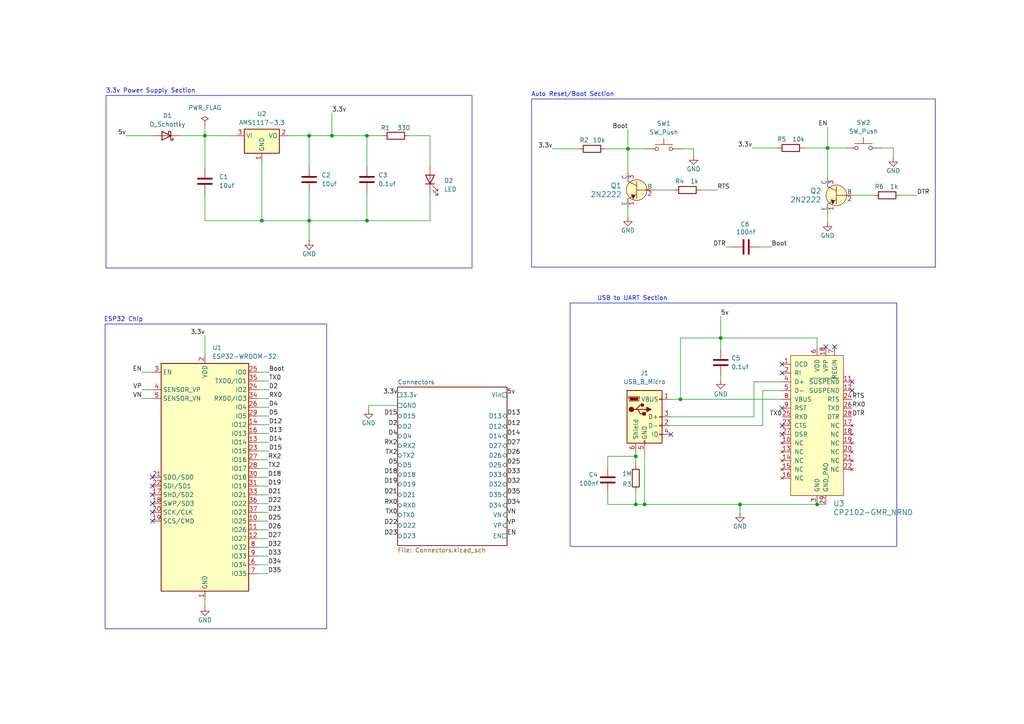
<source format=kicad_sch>
(kicad_sch (version 20250114) (generator "eeschema") (generator_version "9.0")
  (paper "A4")
  (title_block (title "ESP32 Dev Kit V1 (30 pin) Clone") (date "2025-04-15") (rev "3") (company "Brij Modi"))
  (lib_symbols
    (symbol "Connector:USB_B_Micro" (pin_names (offset 1.016))
      (property "Reference" "J" (at -5.08 11.43 0))
      (property "Value" "USB_B_Micro" (at -5.08 8.89 0))
      (symbol "USB_B_Micro_0_1"
        (rectangle (start -5.08 -7.62) (end 5.08 7.62) (stroke (width 0.254)) (fill (type background)))
        (polyline (pts (xy -4.699 5.842) (xy -4.699 5.588) (xy -4.445 4.826) (xy -4.445 4.572) (xy -1.651 4.572) (xy -1.651 4.826) (xy -1.397 5.588) (xy -1.397 5.842) (xy -4.699 5.842)))
        (polyline (pts (xy -4.318 5.588) (xy -1.778 5.588) (xy -2.032 4.826) (xy -4.064 4.826) (xy -4.318 5.588)) (fill (type outline)))
        (circle (center -3.81 2.159) (radius 0.635) (stroke (width 0.254)) (fill (type outline)))
        (polyline (pts (xy -3.175 2.159) (xy -2.54 2.159) (xy -1.27 3.429) (xy -0.635 3.429)) (stroke (width 0.254)))
        (polyline (pts (xy -2.54 2.159) (xy -1.905 2.159) (xy -1.27 0.889) (xy 0 0.889)) (stroke (width 0.254)))
        (polyline (pts (xy -1.905 2.159) (xy 0.635 2.159)) (stroke (width 0.254)))
        (circle (center -0.635 3.429) (radius 0.381) (stroke (width 0.254)) (fill (type outline)))
        (rectangle (start -0.127 -7.62) (end 0.127 -6.858))
        (rectangle (start 0.254 1.27) (end -0.508 0.508) (stroke (width 0.254)) (fill (type outline)))
        (polyline (pts (xy 0.635 2.794) (xy 0.635 1.524) (xy 1.905 2.159) (xy 0.635 2.794)) (stroke (width 0.254)) (fill (type outline)))
        (rectangle (start 5.08 4.953) (end 4.318 5.207))
        (rectangle (start 5.08 -0.127) (end 4.318 0.127))
        (rectangle (start 5.08 -2.667) (end 4.318 -2.413))
        (rectangle (start 5.08 -5.207) (end 4.318 -4.953))
      )
      (symbol "USB_B_Micro_1_1"
        (pin passive line (at -2.54 -10.16 90) (length 2.54) (name "Shield") (number "6"))
        (pin power_out line (at 0 -10.16 90) (length 2.54) (name "GND") (number "5"))
        (pin power_out line (at 7.62 5.08 180) (length 2.54) (name "VBUS") (number "1"))
        (pin bidirectional line (at 7.62 0 180) (length 2.54) (name "D+") (number "3"))
        (pin bidirectional line (at 7.62 -2.54 180) (length 2.54) (name "D-") (number "2"))
        (pin passive line (at 7.62 -5.08 180) (length 2.54) (name "ID") (number "4"))
      )
    )
    (symbol "Device:C" (pin_numbers (hide yes)) (pin_names (offset 0.254))
      (property "Reference" "C" (at 0.635 2.54 0))
      (property "Value" "C" (at 0.635 -2.54 0))
      (symbol "C_0_1"
        (polyline (pts (xy -2.032 0.762) (xy 2.032 0.762)) (stroke (width 0.508)))
        (polyline (pts (xy -2.032 -0.762) (xy 2.032 -0.762)) (stroke (width 0.508)))
      )
      (symbol "C_1_1"
        (pin passive line (at 0 3.81 270) (length 2.794) (name "~") (number "1"))
        (pin passive line (at 0 -3.81 90) (length 2.794) (name "~") (number "2"))
      )
    )
    (symbol "Device:D_Schottky" (pin_numbers (hide yes)) (pin_names (offset 1.016) (hide yes))
      (property "Reference" "D" (at 0 2.54 0))
      (property "Value" "D_Schottky" (at 0 -2.54 0))
      (symbol "D_Schottky_0_1"
        (polyline (pts (xy -1.905 0.635) (xy -1.905 1.27) (xy -1.27 1.27) (xy -1.27 -1.27) (xy -0.635 -1.27) (xy -0.635 -0.635)) (stroke (width 0.254)))
        (polyline (pts (xy 1.27 1.27) (xy 1.27 -1.27) (xy -1.27 0) (xy 1.27 1.27)) (stroke (width 0.254)))
        (polyline (pts (xy 1.27 0) (xy -1.27 0)))
      )
      (symbol "D_Schottky_1_1"
        (pin passive line (at -3.81 0 0) (length 2.54) (name "K") (number "1"))
        (pin passive line (at 3.81 0 180) (length 2.54) (name "A") (number "2"))
      )
    )
    (symbol "Device:LED" (pin_numbers (hide yes)) (pin_names (offset 1.016) (hide yes))
      (property "Reference" "D" (at 0 2.54 0))
      (property "Value" "LED" (at 0 -2.54 0))
      (symbol "LED_0_1"
        (polyline (pts (xy -3.048 -0.762) (xy -4.572 -2.286) (xy -3.81 -2.286) (xy -4.572 -2.286) (xy -4.572 -1.524)))
        (polyline (pts (xy -1.778 -0.762) (xy -3.302 -2.286) (xy -2.54 -2.286) (xy -3.302 -2.286) (xy -3.302 -1.524)))
        (polyline (pts (xy -1.27 0) (xy 1.27 0)))
        (polyline (pts (xy -1.27 -1.27) (xy -1.27 1.27)) (stroke (width 0.254)))
        (polyline (pts (xy 1.27 -1.27) (xy 1.27 1.27) (xy -1.27 0) (xy 1.27 -1.27)) (stroke (width 0.254)))
      )
      (symbol "LED_1_1"
        (pin passive line (at -3.81 0 0) (length 2.54) (name "K") (number "1"))
        (pin passive line (at 3.81 0 180) (length 2.54) (name "A") (number "2"))
      )
    )
    (symbol "Device:R" (pin_numbers (hide yes)) (pin_names (offset 0))
      (property "Reference" "R" (at 2.032 0 90))
      (property "Value" "R" (at 0 0 90))
      (symbol "R_0_1"
        (rectangle (start -1.016 -2.54) (end 1.016 2.54) (stroke (width 0.254)))
      )
      (symbol "R_1_1"
        (pin passive line (at 0 3.81 270) (length 1.27) (name "~") (number "1"))
        (pin passive line (at 0 -3.81 90) (length 1.27) (name "~") (number "2"))
      )
    )
    (symbol "RF_Module:ESP32-WROOM-32"
      (property "Reference" "U" (at -12.7 34.29 0))
      (property "Value" "ESP32-WROOM-32" (at 1.27 34.29 0))
      (symbol "ESP32-WROOM-32_0_1"
        (rectangle (start -12.7 33.02) (end 12.7 -33.02) (stroke (width 0.254)) (fill (type background)))
      )
      (symbol "ESP32-WROOM-32_1_1"
        (pin input line (at -15.24 30.48 0) (length 2.54) (name "EN") (number "3"))
        (pin input line (at -15.24 25.4 0) (length 2.54) (name "SENSOR_VP") (number "4"))
        (pin input line (at -15.24 22.86 0) (length 2.54) (name "SENSOR_VN") (number "5"))
        (pin bidirectional line (at -15.24 0 0) (length 2.54) (name "SDO/SD0") (number "21"))
        (pin bidirectional line (at -15.24 -2.54 0) (length 2.54) (name "SDI/SD1") (number "22"))
        (pin bidirectional line (at -15.24 -5.08 0) (length 2.54) (name "SHD/SD2") (number "17"))
        (pin bidirectional line (at -15.24 -7.62 0) (length 2.54) (name "SWP/SD3") (number "18"))
        (pin bidirectional line (at -15.24 -10.16 0) (length 2.54) (name "SCK/CLK") (number "20"))
        (pin bidirectional line (at -15.24 -12.7 0) (length 2.54) (name "SCS/CMD") (number "19"))
        (pin no_connect line (at -12.7 -27.94 0) (length 2.54) (hide yes) (name "NC") (number "32"))
        (pin power_in line (at 0 35.56 270) (length 2.54) (name "VDD") (number "2"))
        (pin power_in line (at 0 -35.56 90) (length 2.54) (name "GND") (number "1"))
        (pin passive line (at 0 -35.56 90) (length 2.54) (hide yes) (name "GND") (number "15"))
        (pin passive line (at 0 -35.56 90) (length 2.54) (hide yes) (name "GND") (number "38"))
        (pin passive line (at 0 -35.56 90) (length 2.54) (hide yes) (name "GND") (number "39"))
        (pin bidirectional line (at 15.24 30.48 180) (length 2.54) (name "IO0") (number "25"))
        (pin bidirectional line (at 15.24 27.94 180) (length 2.54) (name "TXD0/IO1") (number "35"))
        (pin bidirectional line (at 15.24 25.4 180) (length 2.54) (name "IO2") (number "24"))
        (pin bidirectional line (at 15.24 22.86 180) (length 2.54) (name "RXD0/IO3") (number "34"))
        (pin bidirectional line (at 15.24 20.32 180) (length 2.54) (name "IO4") (number "26"))
        (pin bidirectional line (at 15.24 17.78 180) (length 2.54) (name "IO5") (number "29"))
        (pin bidirectional line (at 15.24 15.24 180) (length 2.54) (name "IO12") (number "14"))
        (pin bidirectional line (at 15.24 12.7 180) (length 2.54) (name "IO13") (number "16"))
        (pin bidirectional line (at 15.24 10.16 180) (length 2.54) (name "IO14") (number "13"))
        (pin bidirectional line (at 15.24 7.62 180) (length 2.54) (name "IO15") (number "23"))
        (pin bidirectional line (at 15.24 5.08 180) (length 2.54) (name "IO16") (number "27"))
        (pin bidirectional line (at 15.24 2.54 180) (length 2.54) (name "IO17") (number "28"))
        (pin bidirectional line (at 15.24 0 180) (length 2.54) (name "IO18") (number "30"))
        (pin bidirectional line (at 15.24 -2.54 180) (length 2.54) (name "IO19") (number "31"))
        (pin bidirectional line (at 15.24 -5.08 180) (length 2.54) (name "IO21") (number "33"))
        (pin bidirectional line (at 15.24 -7.62 180) (length 2.54) (name "IO22") (number "36"))
        (pin bidirectional line (at 15.24 -10.16 180) (length 2.54) (name "IO23") (number "37"))
        (pin bidirectional line (at 15.24 -12.7 180) (length 2.54) (name "IO25") (number "10"))
        (pin bidirectional line (at 15.24 -15.24 180) (length 2.54) (name "IO26") (number "11"))
        (pin bidirectional line (at 15.24 -17.78 180) (length 2.54) (name "IO27") (number "12"))
        (pin bidirectional line (at 15.24 -20.32 180) (length 2.54) (name "IO32") (number "8"))
        (pin bidirectional line (at 15.24 -22.86 180) (length 2.54) (name "IO33") (number "9"))
        (pin input line (at 15.24 -25.4 180) (length 2.54) (name "IO34") (number "6"))
        (pin input line (at 15.24 -27.94 180) (length 2.54) (name "IO35") (number "7"))
      )
    )
    (symbol "Regulator_Linear:AMS1117-3.3"
      (property "Reference" "U" (at -3.81 3.175 0))
      (property "Value" "AMS1117-3.3" (at 0 3.175 0))
      (symbol "AMS1117-3.3_0_1"
        (rectangle (start -5.08 -5.08) (end 5.08 1.905) (stroke (width 0.254)) (fill (type background)))
      )
      (symbol "AMS1117-3.3_1_1"
        (pin power_in line (at -7.62 0 0) (length 2.54) (name "VI") (number "3"))
        (pin power_in line (at 0 -7.62 90) (length 2.54) (name "GND") (number "1"))
        (pin power_out line (at 7.62 0 180) (length 2.54) (name "VO") (number "2"))
      )
    )
    (symbol "Switch:SW_Push" (pin_numbers (hide yes)) (pin_names (offset 1.016) (hide yes))
      (property "Reference" "SW" (at 1.27 2.54 0))
      (property "Value" "SW_Push" (at 0 -1.524 0))
      (symbol "SW_Push_0_1"
        (circle (center -2.032 0) (radius 0.508))
        (polyline (pts (xy 0 1.27) (xy 0 3.048)))
        (circle (center 2.032 0) (radius 0.508))
        (polyline (pts (xy 2.54 1.27) (xy -2.54 1.27)))
        (pin passive line (at -5.08 0 0) (length 2.54) (name "1") (number "1"))
        (pin passive line (at 5.08 0 180) (length 2.54) (name "2") (number "2"))
      )
    )
    (symbol "dk_Interface-Controllers:CP2102-GMR_NRND" (pin_names (offset 1.016))
      (property "Reference" "U" (at -2.54 19.05 0))
      (property "Value" "CP2102-GMR_NRND" (at 2.54 -5.08 90))
      (symbol "CP2102-GMR_NRND_0_1"
        (rectangle (start -5.08 17.78) (end 10.16 -22.86) (fill (type background)))
      )
      (symbol "CP2102-GMR_NRND_1_1"
        (pin input line (at -7.62 15.24 0) (length 2.54) (name "DCD") (number "1"))
        (pin input line (at -7.62 12.7 0) (length 2.54) (name "RI") (number "2"))
        (pin bidirectional line (at -7.62 10.16 0) (length 2.54) (name "D+") (number "4"))
        (pin bidirectional line (at -7.62 7.62 0) (length 2.54) (name "D-") (number "5"))
        (pin input line (at -7.62 5.08 0) (length 2.54) (name "VBUS") (number "8"))
        (pin bidirectional line (at -7.62 2.54 0) (length 2.54) (name "RST") (number "9"))
        (pin input line (at -7.62 0 0) (length 2.54) (name "RXD") (number "25"))
        (pin input line (at -7.62 -2.54 0) (length 2.54) (name "CTS") (number "23"))
        (pin input line (at -7.62 -5.08 0) (length 2.54) (name "DSR") (number "27"))
        (pin no_connect line (at -7.62 -7.62 0) (length 2.54) (name "NC") (number "10"))
        (pin no_connect line (at -7.62 -10.16 0) (length 2.54) (name "NC") (number "13"))
        (pin no_connect line (at -7.62 -12.7 0) (length 2.54) (name "NC") (number "14"))
        (pin no_connect line (at -7.62 -15.24 0) (length 2.54) (name "NC") (number "15"))
        (pin no_connect line (at -7.62 -17.78 0) (length 2.54) (name "NC") (number "16"))
        (pin passive line (at 2.54 20.32 270) (length 2.54) (name "VDD") (number "6"))
        (pin power_in line (at 2.54 -25.4 90) (length 2.54) (name "GND") (number "3"))
        (pin power_in line (at 5.08 20.32 270) (length 2.54) (name "VPP") (number "18"))
        (pin power_in line (at 5.08 -25.4 90) (length 2.54) (name "GND_PAD") (number "29"))
        (pin power_in line (at 7.62 20.32 270) (length 2.54) (name "REGIN") (number "7"))
        (pin output line (at 12.7 10.16 180) (length 2.54) (name "~{SUSPEND}") (number "11"))
        (pin output line (at 12.7 7.62 180) (length 2.54) (name "SUSPEND") (number "12"))
        (pin output line (at 12.7 5.08 180) (length 2.54) (name "RTS") (number "24"))
        (pin output line (at 12.7 2.54 180) (length 2.54) (name "TXD") (number "26"))
        (pin output line (at 12.7 0 180) (length 2.54) (name "DTR") (number "28"))
        (pin no_connect line (at 12.7 -2.54 180) (length 2.54) (name "NC") (number "17"))
        (pin no_connect line (at 12.7 -5.08 180) (length 2.54) (name "NC") (number "18"))
        (pin no_connect line (at 12.7 -7.62 180) (length 2.54) (name "NC") (number "19"))
        (pin no_connect line (at 12.7 -10.16 180) (length 2.54) (name "NC") (number "20"))
        (pin no_connect line (at 12.7 -12.7 180) (length 2.54) (name "NC") (number "21"))
        (pin no_connect line (at 12.7 -15.24 180) (length 2.54) (name "NC") (number "22"))
      )
    )
    (symbol "dk_Transistors-Bipolar-BJT-Single:2N2222" (pin_names (offset 0))
      (property "Reference" "Q" (at -2.3876 3.9116 0))
      (property "Value" "2N2222" (at 5.08 0 90))
      (symbol "2N2222_0_1"
        (polyline (pts (xy -3.81 0) (xy -2.54 0)))
        (polyline (pts (xy -3.556 0) (xy 0 0)))
        (polyline (pts (xy 0 2.54) (xy 0 -2.54)))
        (polyline (pts (xy 0 1.27) (xy 2.54 2.54)))
        (circle (center 0 0) (radius 2.9972) (fill (type background)))
        (polyline (pts (xy 0 -1.27) (xy 2.54 -2.54)))
        (polyline (pts (xy 1.016 2.54) (xy 0.508 1.524) (xy 1.524 1.27) (xy 1.016 2.54)) (fill (type outline)))
      )
      (symbol "2N2222_1_1"
        (pin input line (at -5.08 0 0) (length 2.54) (name "B") (number "2"))
        (pin passive line (at 2.54 5.08 270) (length 2.54) (name "E") (number "1"))
        (pin passive line (at 2.54 -5.08 90) (length 2.54) (name "C") (number "3"))
      )
    )
    (symbol "power:GND" (power) (pin_numbers (hide yes)) (pin_names (offset 0) (hide yes))
      (property "Value" "GND" (at 0 -3.81 0))
      (symbol "GND_0_1"
        (polyline (pts (xy 0 0) (xy 0 -1.27) (xy 1.27 -1.27) (xy 0 -2.54) (xy -1.27 -1.27) (xy 0 -1.27)))
      )
      (symbol "GND_1_1"
        (pin power_in line (at 0 0 270) (length 0) (name "~") (number "1"))
      )
    )
    (symbol "power:PWR_FLAG" (power) (pin_numbers (hide yes)) (pin_names (offset 0) (hide yes))
      (property "Value" "PWR_FLAG" (at 0 3.81 0))
      (symbol "PWR_FLAG_0_0"
        (pin power_out line (at 0 0 90) (length 0) (name "~") (number "1"))
      )
      (symbol "PWR_FLAG_0_1"
        (polyline (pts (xy 0 0) (xy 0 1.27) (xy -1.016 1.905) (xy 0 2.54) (xy 1.016 1.905) (xy 0 1.27)))
      )
    )
  )
  (rectangle (start 165.354 87.884) (end 260.096 158.496))
  (rectangle (start 30.48 93.98) (end 94.742 182.372))
  (rectangle (start 30.734 27.686) (end 136.906 77.724))
  (rectangle (start 154.178 28.702) (end 271.272 77.47))
  (text "Auto Reset/Boot Section" (at 166.116 27.432 0) (effects (font (size 1.27 1.27))))
  (text "3.3v Power Supply Section" (at 43.688 26.416 0) (effects (font (size 1.27 1.27))))
  (text "USB to UART Section" (at 183.388 86.614 0) (effects (font (size 1.27 1.27))))
  (text "ESP32 Chip" (at 35.814 92.71 0) (effects (font (size 1.27 1.27))))
  (junction (at 96.266 39.37))
  (junction (at 236.982 146.304))
  (junction (at 240.03 42.926))
  (junction (at 106.426 39.37))
  (junction (at 182.118 43.18))
  (junction (at 106.426 64.008))
  (junction (at 75.946 64.008))
  (junction (at 214.63 146.304))
  (junction (at 89.662 64.008))
  (junction (at 184.404 146.304))
  (junction (at 89.662 39.37))
  (junction (at 197.358 115.824))
  (junction (at 59.436 39.37))
  (junction (at 186.944 146.304))
  (junction (at 209.042 98.044))
  (junction (at 184.404 132.334))
  (no_connect (at 242.062 100.584))
  (no_connect (at 44.196 151.13))
  (no_connect (at 44.196 143.51))
  (no_connect (at 194.564 125.984))
  (no_connect (at 226.822 108.204))
  (no_connect (at 247.142 110.744))
  (no_connect (at 226.822 105.664))
  (no_connect (at 239.522 100.584))
  (no_connect (at 44.196 140.97))
  (no_connect (at 44.196 138.43))
  (no_connect (at 226.822 123.444))
  (no_connect (at 247.142 113.284))
  (no_connect (at 44.196 146.05))
  (no_connect (at 44.196 148.59))
  (no_connect (at 226.822 118.364))
  (no_connect (at 226.822 125.984))
  (wire (pts (xy 59.436 176.022) (xy 59.436 173.99)))
  (wire (pts (xy 59.436 97.282) (xy 59.436 102.87)))
  (wire (pts (xy 218.186 42.926) (xy 225.552 42.926)))
  (wire (pts (xy 176.276 132.334) (xy 184.404 132.334)))
  (wire (pts (xy 36.576 39.37) (xy 44.45 39.37)))
  (wire (pts (xy 240.03 36.83) (xy 240.03 42.926)))
  (wire (pts (xy 106.426 39.37) (xy 110.998 39.37)))
  (wire (pts (xy 41.148 113.03) (xy 44.196 113.03)))
  (wire (pts (xy 59.436 56.388) (xy 59.436 64.008)))
  (wire (pts (xy 89.662 64.008) (xy 75.946 64.008)))
  (wire (pts (xy 59.436 64.008) (xy 75.946 64.008)))
  (wire (pts (xy 240.03 61.722) (xy 240.03 64.516)))
  (wire (pts (xy 209.042 108.966) (xy 209.042 110.236)))
  (wire (pts (xy 77.978 130.81) (xy 74.676 130.81)))
  (wire (pts (xy 106.426 64.008) (xy 124.714 64.008)))
  (wire (pts (xy 77.978 120.65) (xy 74.676 120.65)))
  (wire (pts (xy 124.714 39.37) (xy 124.714 48.26)))
  (wire (pts (xy 218.694 120.904) (xy 218.694 110.744)))
  (wire (pts (xy 259.08 42.926) (xy 255.524 42.926)))
  (wire (pts (xy 182.118 43.18) (xy 182.118 50.038)))
  (wire (pts (xy 209.042 98.044) (xy 236.982 98.044)))
  (wire (pts (xy 77.724 143.51) (xy 74.676 143.51)))
  (wire (pts (xy 253.492 56.642) (xy 247.65 56.642)))
  (wire (pts (xy 240.03 42.926) (xy 245.364 42.926)))
  (wire (pts (xy 182.118 37.592) (xy 182.118 43.18)))
  (wire (pts (xy 223.774 71.628) (xy 220.218 71.628)))
  (wire (pts (xy 59.436 39.37) (xy 59.436 48.768)))
  (wire (pts (xy 77.724 140.97) (xy 74.676 140.97)))
  (wire (pts (xy 106.426 39.37) (xy 106.426 48.26)))
  (wire (pts (xy 89.662 64.008) (xy 106.426 64.008)))
  (wire (pts (xy 77.724 166.37) (xy 74.676 166.37)))
  (wire (pts (xy 118.618 39.37) (xy 124.714 39.37)))
  (wire (pts (xy 208.026 55.118) (xy 203.2 55.118)))
  (wire (pts (xy 194.564 123.444) (xy 221.234 123.444)))
  (wire (pts (xy 77.724 163.83) (xy 74.676 163.83)))
  (wire (pts (xy 195.58 55.118) (xy 189.738 55.118)))
  (wire (pts (xy 197.358 98.044) (xy 209.042 98.044)))
  (wire (pts (xy 106.934 117.602) (xy 115.316 117.602)))
  (wire (pts (xy 182.118 43.18) (xy 175.514 43.18)))
  (wire (pts (xy 184.404 131.064) (xy 184.404 132.334)))
  (wire (pts (xy 214.63 146.304) (xy 236.982 146.304)))
  (wire (pts (xy 75.946 46.99) (xy 75.946 64.008)))
  (wire (pts (xy 194.564 120.904) (xy 218.694 120.904)))
  (wire (pts (xy 182.118 43.18) (xy 187.452 43.18)))
  (wire (pts (xy 89.662 64.008) (xy 89.662 69.85)))
  (wire (pts (xy 59.436 36.322) (xy 59.436 39.37)))
  (wire (pts (xy 89.662 39.37) (xy 96.266 39.37)))
  (wire (pts (xy 89.662 55.88) (xy 89.662 64.008)))
  (wire (pts (xy 77.724 138.43) (xy 74.676 138.43)))
  (wire (pts (xy 83.566 39.37) (xy 89.662 39.37)))
  (wire (pts (xy 184.404 132.334) (xy 184.404 134.874)))
  (wire (pts (xy 77.978 118.11) (xy 74.676 118.11)))
  (wire (pts (xy 106.426 55.88) (xy 106.426 64.008)))
  (wire (pts (xy 77.724 151.13) (xy 74.676 151.13)))
  (wire (pts (xy 106.934 118.872) (xy 106.934 117.602)))
  (wire (pts (xy 184.404 142.494) (xy 184.404 146.304)))
  (wire (pts (xy 160.274 43.18) (xy 167.894 43.18)))
  (wire (pts (xy 77.724 146.05) (xy 74.676 146.05)))
  (wire (pts (xy 186.944 146.304) (xy 214.63 146.304)))
  (wire (pts (xy 221.234 113.284) (xy 226.822 113.284)))
  (wire (pts (xy 77.978 123.19) (xy 74.676 123.19)))
  (wire (pts (xy 197.358 115.824) (xy 194.564 115.824)))
  (wire (pts (xy 265.938 56.642) (xy 261.112 56.642)))
  (wire (pts (xy 210.566 71.628) (xy 212.598 71.628)))
  (wire (pts (xy 77.724 161.29) (xy 74.676 161.29)))
  (wire (pts (xy 182.118 60.198) (xy 182.118 62.992)))
  (wire (pts (xy 221.234 123.444) (xy 221.234 113.284)))
  (wire (pts (xy 77.978 113.03) (xy 74.676 113.03)))
  (wire (pts (xy 77.978 128.27) (xy 74.676 128.27)))
  (wire (pts (xy 176.276 146.304) (xy 184.404 146.304)))
  (wire (pts (xy 96.266 32.766) (xy 96.266 39.37)))
  (wire (pts (xy 197.358 98.044) (xy 197.358 115.824)))
  (wire (pts (xy 77.978 125.73) (xy 74.676 125.73)))
  (wire (pts (xy 77.724 156.21) (xy 74.676 156.21)))
  (wire (pts (xy 77.724 153.67) (xy 74.676 153.67)))
  (wire (pts (xy 77.978 107.95) (xy 74.676 107.95)))
  (wire (pts (xy 77.724 158.75) (xy 74.676 158.75)))
  (wire (pts (xy 77.724 135.89) (xy 74.676 135.89)))
  (wire (pts (xy 259.08 45.72) (xy 259.08 42.926)))
  (wire (pts (xy 209.042 98.044) (xy 209.042 101.346)))
  (wire (pts (xy 176.276 143.002) (xy 176.276 146.304)))
  (wire (pts (xy 41.148 107.95) (xy 44.196 107.95)))
  (wire (pts (xy 209.042 91.694) (xy 209.042 98.044)))
  (wire (pts (xy 77.724 133.35) (xy 74.676 133.35)))
  (wire (pts (xy 52.07 39.37) (xy 59.436 39.37)))
  (wire (pts (xy 186.944 131.064) (xy 186.944 146.304)))
  (wire (pts (xy 96.266 39.37) (xy 106.426 39.37)))
  (wire (pts (xy 77.978 115.57) (xy 74.676 115.57)))
  (wire (pts (xy 201.168 43.18) (xy 197.612 43.18)))
  (wire (pts (xy 226.822 115.824) (xy 197.358 115.824)))
  (wire (pts (xy 201.168 45.212) (xy 201.168 43.18)))
  (wire (pts (xy 89.662 39.37) (xy 89.662 48.26)))
  (wire (pts (xy 214.63 146.304) (xy 214.63 148.844)))
  (wire (pts (xy 41.148 115.57) (xy 44.196 115.57)))
  (wire (pts (xy 124.714 55.88) (xy 124.714 64.008)))
  (wire (pts (xy 176.276 135.382) (xy 176.276 132.334)))
  (wire (pts (xy 236.982 146.304) (xy 239.522 146.304)))
  (wire (pts (xy 236.982 100.584) (xy 236.982 98.044)))
  (wire (pts (xy 77.978 110.49) (xy 74.676 110.49)))
  (wire (pts (xy 77.724 148.59) (xy 74.676 148.59)))
  (wire (pts (xy 240.03 51.562) (xy 240.03 42.926)))
  (wire (pts (xy 240.03 42.926) (xy 233.172 42.926)))
  (wire (pts (xy 59.436 39.37) (xy 68.326 39.37)))
  (wire (pts (xy 218.694 110.744) (xy 226.822 110.744)))
  (wire (pts (xy 184.404 146.304) (xy 186.944 146.304)))
  (label "EN" (at 240.03 36.83 180))
  (label "D2" (at 77.978 113.03 0))
  (label "D4" (at 77.978 118.11 0))
  (label "RX0" (at 115.316 146.558 180))
  (label "RTS" (at 208.026 55.118 0))
  (label "D33" (at 147.066 137.668 0))
  (label "D18" (at 77.724 138.43 0))
  (label "EN" (at 147.066 155.448 0))
  (label "D23" (at 77.724 148.59 0))
  (label "D13" (at 147.066 120.65 0))
  (label "TX0" (at 115.316 149.352 180))
  (label "D14" (at 147.066 126.492 0))
  (label "Boot" (at 182.118 37.592 180))
  (label "DTR" (at 210.566 71.628 180))
  (label "D26" (at 147.066 132.08 0))
  (label "D26" (at 77.724 153.67 0))
  (label "D25" (at 77.724 151.13 0))
  (label "VN" (at 147.066 149.352 0))
  (label "D22" (at 77.724 146.05 0))
  (label "D12" (at 77.978 123.19 0))
  (label "D33" (at 77.724 161.29 0))
  (label "DTR" (at 247.142 120.904 0))
  (label "RX0" (at 247.142 118.364 0))
  (label "RX0" (at 77.978 115.57 0))
  (label "D12" (at 147.066 123.698 0))
  (label "D32" (at 77.724 158.75 0))
  (label "3.3v" (at 115.316 114.554 180))
  (label "D34" (at 147.066 146.558 0))
  (label "D5" (at 77.978 120.65 0))
  (label "D21" (at 77.724 143.51 0))
  (label "D22" (at 115.316 152.4 180))
  (label "VP" (at 147.066 152.4 0))
  (label "D15" (at 115.316 120.65 180))
  (label "Boot" (at 223.774 71.628 0))
  (label "5v" (at 147.066 114.554 0))
  (label "RTS" (at 247.142 115.824 0))
  (label "D32" (at 147.066 140.462 0))
  (label "EN" (at 41.148 107.95 180))
  (label "D27" (at 147.066 129.286 0))
  (label "3.3v" (at 160.274 43.18 180))
  (label "D35" (at 147.066 143.51 0))
  (label "D15" (at 77.978 130.81 0))
  (label "D4" (at 115.316 126.492 180))
  (label "D25" (at 147.066 134.874 0))
  (label "RX2" (at 115.316 129.286 180))
  (label "3.3v" (at 218.186 42.926 180))
  (label "DTR" (at 265.938 56.642 0))
  (label "D13" (at 77.978 125.73 0))
  (label "TX2" (at 77.724 135.89 0))
  (label "D2" (at 115.316 123.698 180))
  (label "D18" (at 115.316 137.668 180))
  (label "TX2" (at 115.316 132.08 180))
  (label "5v" (at 36.576 39.37 180))
  (label "D14" (at 77.978 128.27 0))
  (label "5v" (at 209.042 91.694 0))
  (label "RX2" (at 77.724 133.35 0))
  (label "D23" (at 115.316 155.448 180))
  (label "D5" (at 115.316 134.874 180))
  (label "3.3v" (at 59.436 97.282 180))
  (label "VP" (at 41.148 113.03 180))
  (label "3.3v" (at 96.266 32.766 0))
  (label "D35" (at 77.724 166.37 0))
  (label "TX0" (at 77.978 110.49 0))
  (label "D19" (at 77.724 140.97 0))
  (label "D27" (at 77.724 156.21 0))
  (label "Boot" (at 77.978 107.95 0))
  (label "TX0" (at 226.822 120.904 180))
  (label "D21" (at 115.316 143.51 180))
  (label "D19" (at 115.316 140.462 180))
  (label "VN" (at 41.148 115.57 180))
  (label "D34" (at 77.724 163.83 0))
  (symbol (lib_id "power:GND") (at 209.042 110.236 0) (unit 1)
    (property "Reference" "#PWR06" (effects (hide yes)))
    (property "Value" "GND" (at 209.042 114.3 0))
    (property "Description" "Power symbol creates a global label with name \"GND\" , ground" (effects (hide yes)))
  )
  (symbol (lib_id "power:GND") (at 106.934 118.872 0) (unit 1)
    (property "Reference" "#PWR03" (effects (hide yes)))
    (property "Value" "GND" (at 106.934 122.682 0))
    (property "Description" "Power symbol creates a global label with name \"GND\" , ground" (effects (hide yes)))
  )
  (symbol (lib_id "Device:C") (at 216.408 71.628 90) (unit 1)
    (property "Reference" "C6" (at 217.424 65.024 90) (effects (justify left)))
    (property "Value" "100nf" (at 219.202 67.31 90) (effects (justify left)))
    (property "Footprint" "Capacitor_SMD:C_0805_2012Metric_Pad1.18x1.45mm_HandSolder" (effects (hide yes)))
    (property "Description" "Unpolarized capacitor" (effects (hide yes)))
  )
  (symbol (lib_id "Connector:USB_B_Micro") (at 186.944 120.904 0) (unit 1)
    (property "Reference" "J1" (at 186.944 108.204 0))
    (property "Value" "USB_B_Micro" (at 186.944 110.744 0))
    (property "Footprint" "Connector_USB:USB_Micro-B_Molex_47346-0001" (effects (hide yes)))
    (property "Description" "USB Micro Type B connector" (effects (hide yes)))
  )
  (symbol (lib_id "Device:R") (at 114.808 39.37 90) (unit 1)
    (property "Reference" "R1" (at 111.76 37.084 90))
    (property "Value" "330" (at 117.094 37.084 90))
    (property "Footprint" "Resistor_SMD:R_0805_2012Metric_Pad1.20x1.40mm_HandSolder" (effects (hide yes)))
    (property "Description" "Resistor" (effects (hide yes)))
  )
  (symbol (lib_id "dk_Transistors-Bipolar-BJT-Single:2N2222") (at 242.57 56.642 180) (unit 1)
    (property "Reference" "Q2" (at 238.252 55.3719 0) (effects (font (size 1.524 1.524)) (justify left)))
    (property "Value" "2N2222" (at 238.252 57.9119 0) (effects (font (size 1.524 1.524)) (justify left)))
    (property "Footprint" "Package_TO_SOT_SMD:SOT-23" (effects (hide yes)))
    (property "Datasheet" "https://my.centralsemi.com/get_document.php?cmp=1&mergetype=pd&mergepath=pd&pdf_id=2N2221.PDF" (effects (hide yes)))
    (property "Description" "TRANS NPN 30V 0.8A TO-18" (effects (hide yes)))
    (property "Digi-Key_PN" "2N2222CS-ND" (effects (hide yes)))
    (property "MPN" "2N2222" (effects (hide yes)))
    (property "Category" "Discrete Semiconductor Products" (effects (hide yes)))
    (property "Family" "Transistors - Bipolar (BJT) - Single" (effects (hide yes)))
    (property "DK_Datasheet_Link" "https://my.centralsemi.com/get_document.php?cmp=1&mergetype=pd&mergepath=pd&pdf_id=2N2221.PDF" (effects (hide yes)))
    (property "DK_Detail_Page" "/product-detail/en/central-semiconductor-corp/2N2222/2N2222CS-ND/4806844" (effects (hide yes)))
    (property "Description_1" "TRANS NPN 30V 0.8A TO-18" (effects (hide yes)))
    (property "Manufacturer" "Central Semiconductor Corp" (effects (hide yes)))
    (property "Status" "Active" (effects (hide yes)))
  )
  (symbol (lib_id "Device:D_Schottky") (at 48.26 39.37 180) (unit 1)
    (property "Reference" "D1" (at 48.5775 33.528 0))
    (property "Value" "D_Schottky" (at 48.5775 36.068 0))
    (property "Footprint" "Diode_SMD:D_SOD-123" (effects (hide yes)))
    (property "Description" "Schottky diode" (effects (hide yes)))
  )
  (symbol (lib_id "Device:C") (at 176.276 139.192 0) (unit 1)
    (property "Reference" "C4" (at 170.688 137.668 0) (effects (justify left)))
    (property "Value" "100nf" (at 167.894 140.208 0) (effects (justify left)))
    (property "Footprint" "Capacitor_SMD:C_0805_2012Metric_Pad1.18x1.45mm_HandSolder" (effects (hide yes)))
    (property "Description" "Unpolarized capacitor" (effects (hide yes)))
  )
  (symbol (lib_id "Device:R") (at 171.704 43.18 90) (unit 1)
    (property "Reference" "R2" (at 169.418 40.64 90))
    (property "Value" "10k" (at 173.736 40.64 90))
    (property "Footprint" "Resistor_SMD:R_0805_2012Metric_Pad1.20x1.40mm_HandSolder" (effects (hide yes)))
    (property "Description" "Resistor" (effects (hide yes)))
  )
  (symbol (lib_id "power:GND") (at 89.662 69.85 0) (unit 1)
    (property "Reference" "#PWR02" (effects (hide yes)))
    (property "Value" "GND" (at 89.662 73.66 0))
    (property "Description" "Power symbol creates a global label with name \"GND\" , ground" (effects (hide yes)))
  )
  (symbol (lib_id "Device:C") (at 106.426 52.07 0) (unit 1)
    (property "Reference" "C3" (at 109.728 50.7999 0) (effects (justify left)))
    (property "Value" "0.1uf" (at 109.728 53.3399 0) (effects (justify left)))
    (property "Footprint" "Capacitor_SMD:C_0805_2012Metric_Pad1.18x1.45mm_HandSolder" (effects (hide yes)))
    (property "Description" "Unpolarized capacitor" (effects (hide yes)))
  )
  (symbol (lib_id "power:GND") (at 182.118 62.992 0) (unit 1)
    (property "Reference" "#PWR04" (effects (hide yes)))
    (property "Value" "GND" (at 182.118 66.802 0))
    (property "Description" "Power symbol creates a global label with name \"GND\" , ground" (effects (hide yes)))
  )
  (symbol (lib_id "Device:R") (at 184.404 138.684 0) (unit 1)
    (property "Reference" "R3" (at 181.864 140.462 0))
    (property "Value" "1M" (at 181.864 137.414 0))
    (property "Footprint" "Resistor_SMD:R_0805_2012Metric_Pad1.20x1.40mm_HandSolder" (effects (hide yes)))
    (property "Description" "Resistor" (effects (hide yes)))
  )
  (symbol (lib_id "Device:C") (at 89.662 52.07 0) (unit 1)
    (property "Reference" "C2" (at 93.218 50.7999 0) (effects (justify left)))
    (property "Value" "10uf" (at 93.218 53.3399 0) (effects (justify left)))
    (property "Footprint" "Capacitor_SMD:C_0805_2012Metric_Pad1.18x1.45mm_HandSolder" (effects (hide yes)))
    (property "Description" "Unpolarized capacitor" (effects (hide yes)))
  )
  (symbol (lib_id "Switch:SW_Push") (at 192.532 43.18 0) (unit 1)
    (property "Reference" "SW1" (at 192.532 35.814 0))
    (property "Value" "SW_Push" (at 192.532 38.354 0))
    (property "Footprint" "Button_Switch_SMD:SW_SPST_B3U-1000P" (effects (hide yes)))
    (property "Description" "Push button switch, generic, two pins" (effects (hide yes)))
  )
  (symbol (lib_id "Switch:SW_Push") (at 250.444 42.926 0) (unit 1)
    (property "Reference" "SW2" (at 250.444 35.56 0))
    (property "Value" "SW_Push" (at 250.444 38.1 0))
    (property "Footprint" "Button_Switch_SMD:SW_SPST_B3U-1000P" (effects (hide yes)))
    (property "Description" "Push button switch, generic, two pins" (effects (hide yes)))
  )
  (symbol (lib_id "power:PWR_FLAG") (at 59.436 36.322 0) (unit 1)
    (property "Reference" "#FLG01" (effects (hide yes)))
    (property "Value" "PWR_FLAG" (at 59.436 31.242 0))
    (property "Description" "Special symbol for telling ERC where power comes from" (effects (hide yes)))
  )
  (symbol (lib_id "power:GND") (at 201.168 45.212 0) (unit 1)
    (property "Reference" "#PWR05" (effects (hide yes)))
    (property "Value" "GND" (at 201.168 49.022 0))
    (property "Description" "Power symbol creates a global label with name \"GND\" , ground" (effects (hide yes)))
  )
  (symbol (lib_id "dk_Interface-Controllers:CP2102-GMR_NRND") (at 234.442 120.904 0) (unit 1)
    (property "Reference" "U3" (at 241.6653 146.05 0) (effects (font (size 1.524 1.524)) (justify left)))
    (property "Value" "CP2102-GMR_NRND" (at 241.6653 148.59 0) (effects (font (size 1.524 1.524)) (justify left)))
    (property "Footprint" "digikey-footprints:VFQFN-28-1EP_5x5mm" (effects (hide yes)))
    (property "Datasheet" "https://www.silabs.com/documents/public/data-sheets/CP2102-9.pdf" (effects (hide yes)))
    (property "Description" "IC USB-TO-UART BRIDGE 28VQFN" (effects (hide yes)))
    (property "Digi-Key_PN" "336-1160-1-ND" (effects (hide yes)))
    (property "MPN" "CP2102-GMR" (effects (hide yes)))
    (property "Category" "Integrated Circuits (ICs)" (effects (hide yes)))
    (property "Family" "Interface - Controllers" (effects (hide yes)))
    (property "DK_Datasheet_Link" "https://www.silabs.com/documents/public/data-sheets/CP2102-9.pdf" (effects (hide yes)))
    (property "DK_Detail_Page" "/product-detail/en/silicon-labs/CP2102-GMR/336-1160-1-ND/3672615" (effects (hide yes)))
    (property "Description_1" "IC USB-TO-UART BRIDGE 28VQFN" (effects (hide yes)))
    (property "Manufacturer" "Silicon Labs" (effects (hide yes)))
    (property "Status" "Not For New Designs" (effects (hide yes)))
  )
  (symbol (lib_id "Device:C") (at 209.042 105.156 0) (unit 1)
    (property "Reference" "C5" (at 212.09 103.8859 0) (effects (justify left)))
    (property "Value" "0.1uf" (at 212.09 106.4259 0) (effects (justify left)))
    (property "Footprint" "Capacitor_SMD:C_0805_2012Metric_Pad1.18x1.45mm_HandSolder" (effects (hide yes)))
    (property "Description" "Unpolarized capacitor" (effects (hide yes)))
  )
  (symbol (lib_id "dk_Transistors-Bipolar-BJT-Single:2N2222") (at 184.658 55.118 180) (unit 1)
    (property "Reference" "Q1" (at 180.34 53.8479 0) (effects (font (size 1.524 1.524)) (justify left)))
    (property "Value" "2N2222" (at 180.34 56.3879 0) (effects (font (size 1.524 1.524)) (justify left)))
    (property "Footprint" "Package_TO_SOT_SMD:SOT-23" (effects (hide yes)))
    (property "Datasheet" "https://my.centralsemi.com/get_document.php?cmp=1&mergetype=pd&mergepath=pd&pdf_id=2N2221.PDF" (effects (hide yes)))
    (property "Description" "TRANS NPN 30V 0.8A TO-18" (effects (hide yes)))
    (property "Digi-Key_PN" "2N2222CS-ND" (effects (hide yes)))
    (property "MPN" "2N2222" (effects (hide yes)))
    (property "Category" "Discrete Semiconductor Products" (effects (hide yes)))
    (property "Family" "Transistors - Bipolar (BJT) - Single" (effects (hide yes)))
    (property "DK_Datasheet_Link" "https://my.centralsemi.com/get_document.php?cmp=1&mergetype=pd&mergepath=pd&pdf_id=2N2221.PDF" (effects (hide yes)))
    (property "DK_Detail_Page" "/product-detail/en/central-semiconductor-corp/2N2222/2N2222CS-ND/4806844" (effects (hide yes)))
    (property "Description_1" "TRANS NPN 30V 0.8A TO-18" (effects (hide yes)))
    (property "Manufacturer" "Central Semiconductor Corp" (effects (hide yes)))
    (property "Status" "Active" (effects (hide yes)))
  )
  (symbol (lib_id "Device:C") (at 59.436 52.578 0) (unit 1)
    (property "Reference" "C1" (at 63.5 51.3079 0) (effects (justify left)))
    (property "Value" "10uf" (at 63.5 53.8479 0) (effects (justify left)))
    (property "Footprint" "Capacitor_SMD:C_0805_2012Metric_Pad1.18x1.45mm_HandSolder" (effects (hide yes)))
    (property "Description" "Unpolarized capacitor" (effects (hide yes)))
  )
  (symbol (lib_id "Regulator_Linear:AMS1117-3.3") (at 75.946 39.37 0) (unit 1)
    (property "Reference" "U2" (at 75.946 33.02 0))
    (property "Value" "AMS1117-3.3" (at 75.946 35.56 0))
    (property "Footprint" "Package_TO_SOT_SMD:SOT-223-3_TabPin2" (effects (hide yes)))
    (property "Datasheet" "http://www.advanced-monolithic.com/pdf/ds1117.pdf" (effects (hide yes)))
    (property "Description" "1A Low Dropout regulator, positive, 3.3V fixed output, SOT-223" (effects (hide yes)))
  )
  (symbol (lib_id "Device:R") (at 229.362 42.926 90) (unit 1)
    (property "Reference" "R5" (at 228.092 40.386 90) (effects (justify left)))
    (property "Value" "10k" (at 233.426 40.386 90) (effects (justify left)))
    (property "Footprint" "Resistor_SMD:R_0805_2012Metric_Pad1.20x1.40mm_HandSolder" (effects (hide yes)))
    (property "Description" "Resistor" (effects (hide yes)))
  )
  (symbol (lib_id "Device:LED") (at 124.714 52.07 90) (unit 1)
    (property "Reference" "D2" (at 128.778 52.3874 90) (effects (justify right)))
    (property "Value" "LED" (at 128.778 54.9274 90) (effects (justify right)))
    (property "Footprint" "LED_SMD:LED_0805_2012Metric_Pad1.15x1.40mm_HandSolder" (effects (hide yes)))
    (property "Description" "Light emitting diode" (effects (hide yes)))
    (property "Sim.Pins" "1=K 2=A" (effects (hide yes)))
  )
  (symbol (lib_id "RF_Module:ESP32-WROOM-32") (at 59.436 138.43 0) (unit 1)
    (property "Reference" "U1" (at 61.5793 100.838 0) (effects (justify left)))
    (property "Value" "ESP32-WROOM-32" (at 61.5793 103.378 0) (effects (justify left)))
    (property "Footprint" "RF_Module:ESP32-WROOM-32" (effects (hide yes)))
    (property "Datasheet" "https://www.espressif.com/sites/default/files/documentation/esp32-wroom-32_datasheet_en.pdf" (effects (hide yes)))
    (property "Description" "RF Module, ESP32-D0WDQ6 SoC, Wi-Fi 802.11b/g/n, Bluetooth, BLE, 32-bit, 2.7-3.6V, onboard antenna, SMD" (effects (hide yes)))
  )
  (symbol (lib_id "power:GND") (at 214.63 148.844 0) (unit 1)
    (property "Reference" "#PWR07" (effects (hide yes)))
    (property "Value" "GND" (at 214.63 152.654 0))
    (property "Description" "Power symbol creates a global label with name \"GND\" , ground" (effects (hide yes)))
  )
  (symbol (lib_id "power:GND") (at 259.08 45.72 0) (unit 1)
    (property "Reference" "#PWR09" (effects (hide yes)))
    (property "Value" "GND" (at 259.08 49.53 0))
    (property "Description" "Power symbol creates a global label with name \"GND\" , ground" (effects (hide yes)))
  )
  (symbol (lib_id "Device:R") (at 257.302 56.642 270) (unit 1)
    (property "Reference" "R6" (at 255.016 54.102 90))
    (property "Value" "1k" (at 259.334 54.102 90))
    (property "Footprint" "Resistor_SMD:R_0805_2012Metric_Pad1.20x1.40mm_HandSolder" (effects (hide yes)))
    (property "Description" "Resistor" (effects (hide yes)))
  )
  (symbol (lib_id "Device:R") (at 199.39 55.118 270) (unit 1)
    (property "Reference" "R4" (at 197.104 52.578 90))
    (property "Value" "1k" (at 201.422 52.578 90))
    (property "Footprint" "Resistor_SMD:R_0805_2012Metric_Pad1.20x1.40mm_HandSolder" (effects (hide yes)))
    (property "Description" "Resistor" (effects (hide yes)))
  )
  (symbol (lib_id "power:GND") (at 59.436 176.022 0) (unit 1)
    (property "Reference" "#PWR01" (effects (hide yes)))
    (property "Value" "GND" (at 59.436 179.832 0))
    (property "Description" "Power symbol creates a global label with name \"GND\" , ground" (effects (hide yes)))
  )
  (symbol (lib_id "power:GND") (at 240.03 64.516 0) (unit 1)
    (property "Reference" "#PWR08" (effects (hide yes)))
    (property "Value" "GND" (at 240.03 68.326 0))
    (property "Description" "Power symbol creates a global label with name \"GND\" , ground" (effects (hide yes)))
  )
  (sheet (at 115.316 112.268) (size 31.75 45.974) (stroke (width 0.1524))
    (property "Sheetname" "Connectors" (at 115.316 111.5564 0) (effects (justify left bottom)))
    (property "Sheetfile" "Connectors.kicad_sch" (at 115.316 158.8266 0) (effects (justify left top)))
    (pin "GND" passive (at 115.316 117.602 180))
    (pin "D35" input (at 147.066 143.51 0))
    (pin "3.3v" passive (at 115.316 114.554 180))
    (pin "D34" input (at 147.066 146.558 0))
    (pin "VN" input (at 147.066 149.352 0))
    (pin "VP" input (at 147.066 152.4 0))
    (pin "Vin" passive (at 147.066 114.554 0))
    (pin "D27" bidirectional (at 147.066 129.286 0))
    (pin "TX0" bidirectional (at 115.316 149.352 180))
    (pin "D2" bidirectional (at 115.316 123.698 180))
    (pin "TX2" bidirectional (at 115.316 132.08 180))
    (pin "D5" bidirectional (at 115.316 134.874 180))
    (pin "D19" bidirectional (at 115.316 140.462 180))
    (pin "D21" bidirectional (at 115.316 143.51 180))
    (pin "EN" passive (at 147.066 155.448 0))
    (pin "D25" bidirectional (at 147.066 134.874 0))
    (pin "RX2" bidirectional (at 115.316 129.286 180))
    (pin "D26" bidirectional (at 147.066 132.08 0))
    (pin "D33" bidirectional (at 147.066 137.668 0))
    (pin "D32" bidirectional (at 147.066 140.462 0))
    (pin "D4" bidirectional (at 115.316 126.492 180))
    (pin "D18" bidirectional (at 115.316 137.668 180))
    (pin "D15" bidirectional (at 115.316 120.65 180))
    (pin "RX0" bidirectional (at 115.316 146.558 180))
    (pin "D22" bidirectional (at 115.316 152.4 180))
    (pin "D23" bidirectional (at 115.316 155.448 180))
    (pin "D12" bidirectional (at 147.066 123.698 0))
    (pin "D14" bidirectional (at 147.066 126.492 0))
    (pin "D13" bidirectional (at 147.066 120.65 0))
  )
)
</source>
